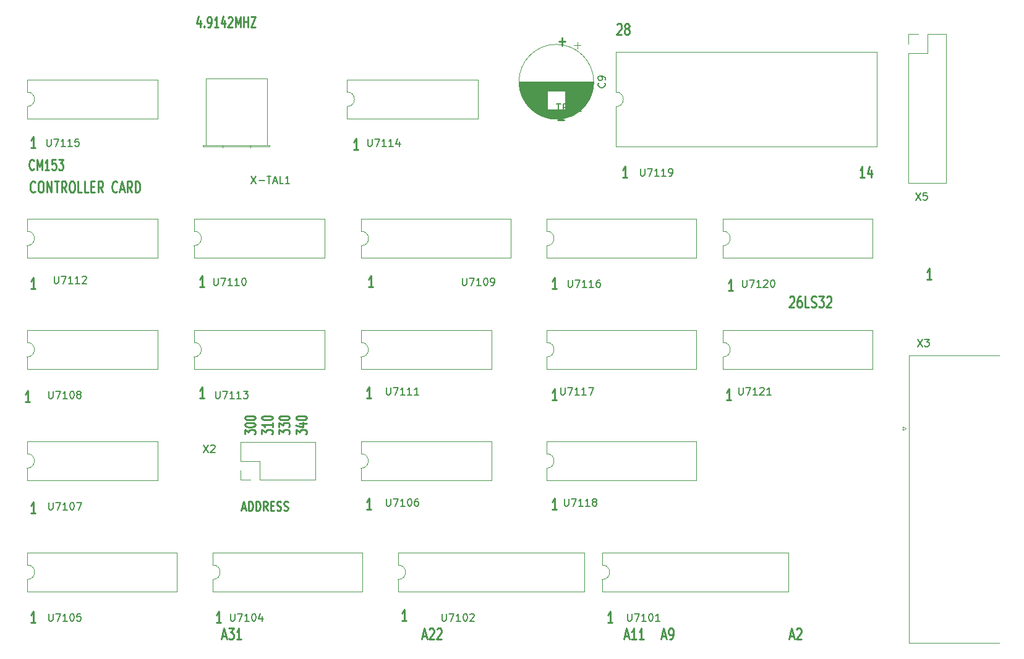
<source format=gto>
%TF.GenerationSoftware,KiCad,Pcbnew,6.0.7-f9a2dced07~116~ubuntu20.04.1*%
%TF.CreationDate,2022-09-01T07:12:54-07:00*%
%TF.ProjectId,ISA-Card,4953412d-4361-4726-942e-6b696361645f,alpha*%
%TF.SameCoordinates,Original*%
%TF.FileFunction,Legend,Top*%
%TF.FilePolarity,Positive*%
%FSLAX46Y46*%
G04 Gerber Fmt 4.6, Leading zero omitted, Abs format (unit mm)*
G04 Created by KiCad (PCBNEW 6.0.7-f9a2dced07~116~ubuntu20.04.1) date 2022-09-01 07:12:54*
%MOMM*%
%LPD*%
G01*
G04 APERTURE LIST*
%ADD10C,0.250000*%
%ADD11C,0.150000*%
%ADD12C,0.120000*%
G04 APERTURE END LIST*
D10*
X99854190Y-55834000D02*
X99854190Y-56767333D01*
X99616095Y-55300666D02*
X99378000Y-56300666D01*
X99997047Y-56300666D01*
X100378000Y-56634000D02*
X100425619Y-56700666D01*
X100378000Y-56767333D01*
X100330380Y-56700666D01*
X100378000Y-56634000D01*
X100378000Y-56767333D01*
X100901809Y-56767333D02*
X101092285Y-56767333D01*
X101187523Y-56700666D01*
X101235142Y-56634000D01*
X101330380Y-56434000D01*
X101378000Y-56167333D01*
X101378000Y-55634000D01*
X101330380Y-55500666D01*
X101282761Y-55434000D01*
X101187523Y-55367333D01*
X100997047Y-55367333D01*
X100901809Y-55434000D01*
X100854190Y-55500666D01*
X100806571Y-55634000D01*
X100806571Y-55967333D01*
X100854190Y-56100666D01*
X100901809Y-56167333D01*
X100997047Y-56234000D01*
X101187523Y-56234000D01*
X101282761Y-56167333D01*
X101330380Y-56100666D01*
X101378000Y-55967333D01*
X102330380Y-56767333D02*
X101758952Y-56767333D01*
X102044666Y-56767333D02*
X102044666Y-55367333D01*
X101949428Y-55567333D01*
X101854190Y-55700666D01*
X101758952Y-55767333D01*
X103187523Y-55834000D02*
X103187523Y-56767333D01*
X102949428Y-55300666D02*
X102711333Y-56300666D01*
X103330380Y-56300666D01*
X103663714Y-55500666D02*
X103711333Y-55434000D01*
X103806571Y-55367333D01*
X104044666Y-55367333D01*
X104139904Y-55434000D01*
X104187523Y-55500666D01*
X104235142Y-55634000D01*
X104235142Y-55767333D01*
X104187523Y-55967333D01*
X103616095Y-56767333D01*
X104235142Y-56767333D01*
X104663714Y-56767333D02*
X104663714Y-55367333D01*
X104997047Y-56367333D01*
X105330380Y-55367333D01*
X105330380Y-56767333D01*
X105806571Y-56767333D02*
X105806571Y-55367333D01*
X105806571Y-56034000D02*
X106378000Y-56034000D01*
X106378000Y-56767333D02*
X106378000Y-55367333D01*
X106758952Y-55367333D02*
X107425619Y-55367333D01*
X106758952Y-56767333D01*
X107425619Y-56767333D01*
X158302285Y-77386571D02*
X157673714Y-77386571D01*
X157988000Y-77386571D02*
X157988000Y-75886571D01*
X157883238Y-76100857D01*
X157778476Y-76243714D01*
X157673714Y-76315142D01*
X77049523Y-76192000D02*
X77001904Y-76258666D01*
X76859047Y-76325333D01*
X76763809Y-76325333D01*
X76620952Y-76258666D01*
X76525714Y-76125333D01*
X76478095Y-75992000D01*
X76430476Y-75725333D01*
X76430476Y-75525333D01*
X76478095Y-75258666D01*
X76525714Y-75125333D01*
X76620952Y-74992000D01*
X76763809Y-74925333D01*
X76859047Y-74925333D01*
X77001904Y-74992000D01*
X77049523Y-75058666D01*
X77478095Y-76325333D02*
X77478095Y-74925333D01*
X77811428Y-75925333D01*
X78144761Y-74925333D01*
X78144761Y-76325333D01*
X79144761Y-76325333D02*
X78573333Y-76325333D01*
X78859047Y-76325333D02*
X78859047Y-74925333D01*
X78763809Y-75125333D01*
X78668571Y-75258666D01*
X78573333Y-75325333D01*
X80049523Y-74925333D02*
X79573333Y-74925333D01*
X79525714Y-75592000D01*
X79573333Y-75525333D01*
X79668571Y-75458666D01*
X79906666Y-75458666D01*
X80001904Y-75525333D01*
X80049523Y-75592000D01*
X80097142Y-75725333D01*
X80097142Y-76058666D01*
X80049523Y-76192000D01*
X80001904Y-76258666D01*
X79906666Y-76325333D01*
X79668571Y-76325333D01*
X79573333Y-76258666D01*
X79525714Y-76192000D01*
X80430476Y-74925333D02*
X81049523Y-74925333D01*
X80716190Y-75458666D01*
X80859047Y-75458666D01*
X80954285Y-75525333D01*
X81001904Y-75592000D01*
X81049523Y-75725333D01*
X81049523Y-76058666D01*
X81001904Y-76192000D01*
X80954285Y-76258666D01*
X80859047Y-76325333D01*
X80573333Y-76325333D01*
X80478095Y-76258666D01*
X80430476Y-76192000D01*
X77276285Y-92626571D02*
X76647714Y-92626571D01*
X76962000Y-92626571D02*
X76962000Y-91126571D01*
X76857238Y-91340857D01*
X76752476Y-91483714D01*
X76647714Y-91555142D01*
X172526285Y-107866571D02*
X171897714Y-107866571D01*
X172212000Y-107866571D02*
X172212000Y-106366571D01*
X172107238Y-106580857D01*
X172002476Y-106723714D01*
X171897714Y-106795142D01*
X123504285Y-92372571D02*
X122875714Y-92372571D01*
X123190000Y-92372571D02*
X123190000Y-90872571D01*
X123085238Y-91086857D01*
X122980476Y-91229714D01*
X122875714Y-91301142D01*
X172780285Y-92880571D02*
X172151714Y-92880571D01*
X172466000Y-92880571D02*
X172466000Y-91380571D01*
X172361238Y-91594857D01*
X172256476Y-91737714D01*
X172151714Y-91809142D01*
X180570285Y-140204000D02*
X181094095Y-140204000D01*
X180465523Y-140632571D02*
X180832190Y-139132571D01*
X181198857Y-140632571D01*
X181513142Y-139275428D02*
X181565523Y-139204000D01*
X181670285Y-139132571D01*
X181932190Y-139132571D01*
X182036952Y-139204000D01*
X182089333Y-139275428D01*
X182141714Y-139418285D01*
X182141714Y-139561142D01*
X182089333Y-139775428D01*
X181460761Y-140632571D01*
X182141714Y-140632571D01*
X100390285Y-92372571D02*
X99761714Y-92372571D01*
X100076000Y-92372571D02*
X100076000Y-90872571D01*
X99971238Y-91086857D01*
X99866476Y-91229714D01*
X99761714Y-91301142D01*
X148650285Y-107866571D02*
X148021714Y-107866571D01*
X148336000Y-107866571D02*
X148336000Y-106366571D01*
X148231238Y-106580857D01*
X148126476Y-106723714D01*
X148021714Y-106795142D01*
X156270285Y-138346571D02*
X155641714Y-138346571D01*
X155956000Y-138346571D02*
X155956000Y-136846571D01*
X155851238Y-137060857D01*
X155746476Y-137203714D01*
X155641714Y-137275142D01*
X105933092Y-112537714D02*
X105933092Y-111918666D01*
X106486387Y-112252000D01*
X106486387Y-112109142D01*
X106555549Y-112013904D01*
X106624711Y-111966285D01*
X106763034Y-111918666D01*
X107108844Y-111918666D01*
X107247168Y-111966285D01*
X107316330Y-112013904D01*
X107385492Y-112109142D01*
X107385492Y-112394857D01*
X107316330Y-112490095D01*
X107247168Y-112537714D01*
X105933092Y-111299619D02*
X105933092Y-111204380D01*
X106002254Y-111109142D01*
X106071415Y-111061523D01*
X106209739Y-111013904D01*
X106486387Y-110966285D01*
X106832196Y-110966285D01*
X107108844Y-111013904D01*
X107247168Y-111061523D01*
X107316330Y-111109142D01*
X107385492Y-111204380D01*
X107385492Y-111299619D01*
X107316330Y-111394857D01*
X107247168Y-111442476D01*
X107108844Y-111490095D01*
X106832196Y-111537714D01*
X106486387Y-111537714D01*
X106209739Y-111490095D01*
X106071415Y-111442476D01*
X106002254Y-111394857D01*
X105933092Y-111299619D01*
X105933092Y-110347238D02*
X105933092Y-110252000D01*
X106002254Y-110156761D01*
X106071415Y-110109142D01*
X106209739Y-110061523D01*
X106486387Y-110013904D01*
X106832196Y-110013904D01*
X107108844Y-110061523D01*
X107247168Y-110109142D01*
X107316330Y-110156761D01*
X107385492Y-110252000D01*
X107385492Y-110347238D01*
X107316330Y-110442476D01*
X107247168Y-110490095D01*
X107108844Y-110537714D01*
X106832196Y-110585333D01*
X106486387Y-110585333D01*
X106209739Y-110537714D01*
X106071415Y-110490095D01*
X106002254Y-110442476D01*
X105933092Y-110347238D01*
X108271456Y-112537714D02*
X108271456Y-111918666D01*
X108824751Y-112252000D01*
X108824751Y-112109142D01*
X108893913Y-112013904D01*
X108963075Y-111966285D01*
X109101398Y-111918666D01*
X109447208Y-111918666D01*
X109585532Y-111966285D01*
X109654694Y-112013904D01*
X109723856Y-112109142D01*
X109723856Y-112394857D01*
X109654694Y-112490095D01*
X109585532Y-112537714D01*
X109723856Y-110966285D02*
X109723856Y-111537714D01*
X109723856Y-111252000D02*
X108271456Y-111252000D01*
X108478941Y-111347238D01*
X108617265Y-111442476D01*
X108686427Y-111537714D01*
X108271456Y-110347238D02*
X108271456Y-110252000D01*
X108340618Y-110156761D01*
X108409779Y-110109142D01*
X108548103Y-110061523D01*
X108824751Y-110013904D01*
X109170560Y-110013904D01*
X109447208Y-110061523D01*
X109585532Y-110109142D01*
X109654694Y-110156761D01*
X109723856Y-110252000D01*
X109723856Y-110347238D01*
X109654694Y-110442476D01*
X109585532Y-110490095D01*
X109447208Y-110537714D01*
X109170560Y-110585333D01*
X108824751Y-110585333D01*
X108548103Y-110537714D01*
X108409779Y-110490095D01*
X108340618Y-110442476D01*
X108271456Y-110347238D01*
X110609820Y-112537714D02*
X110609820Y-111918666D01*
X111163115Y-112252000D01*
X111163115Y-112109142D01*
X111232277Y-112013904D01*
X111301439Y-111966285D01*
X111439762Y-111918666D01*
X111785572Y-111918666D01*
X111923896Y-111966285D01*
X111993058Y-112013904D01*
X112062220Y-112109142D01*
X112062220Y-112394857D01*
X111993058Y-112490095D01*
X111923896Y-112537714D01*
X110609820Y-111585333D02*
X110609820Y-110966285D01*
X111163115Y-111299619D01*
X111163115Y-111156761D01*
X111232277Y-111061523D01*
X111301439Y-111013904D01*
X111439762Y-110966285D01*
X111785572Y-110966285D01*
X111923896Y-111013904D01*
X111993058Y-111061523D01*
X112062220Y-111156761D01*
X112062220Y-111442476D01*
X111993058Y-111537714D01*
X111923896Y-111585333D01*
X110609820Y-110347238D02*
X110609820Y-110252000D01*
X110678982Y-110156761D01*
X110748143Y-110109142D01*
X110886467Y-110061523D01*
X111163115Y-110013904D01*
X111508924Y-110013904D01*
X111785572Y-110061523D01*
X111923896Y-110109142D01*
X111993058Y-110156761D01*
X112062220Y-110252000D01*
X112062220Y-110347238D01*
X111993058Y-110442476D01*
X111923896Y-110490095D01*
X111785572Y-110537714D01*
X111508924Y-110585333D01*
X111163115Y-110585333D01*
X110886467Y-110537714D01*
X110748143Y-110490095D01*
X110678982Y-110442476D01*
X110609820Y-110347238D01*
X112948184Y-112537714D02*
X112948184Y-111918666D01*
X113501479Y-112252000D01*
X113501479Y-112109142D01*
X113570641Y-112013904D01*
X113639803Y-111966285D01*
X113778126Y-111918666D01*
X114123936Y-111918666D01*
X114262260Y-111966285D01*
X114331422Y-112013904D01*
X114400584Y-112109142D01*
X114400584Y-112394857D01*
X114331422Y-112490095D01*
X114262260Y-112537714D01*
X113432317Y-111061523D02*
X114400584Y-111061523D01*
X112879022Y-111299619D02*
X113916450Y-111537714D01*
X113916450Y-110918666D01*
X112948184Y-110347238D02*
X112948184Y-110252000D01*
X113017346Y-110156761D01*
X113086507Y-110109142D01*
X113224831Y-110061523D01*
X113501479Y-110013904D01*
X113847288Y-110013904D01*
X114123936Y-110061523D01*
X114262260Y-110109142D01*
X114331422Y-110156761D01*
X114400584Y-110252000D01*
X114400584Y-110347238D01*
X114331422Y-110442476D01*
X114262260Y-110490095D01*
X114123936Y-110537714D01*
X113847288Y-110585333D01*
X113501479Y-110585333D01*
X113224831Y-110537714D01*
X113086507Y-110490095D01*
X113017346Y-110442476D01*
X112948184Y-110347238D01*
X148650285Y-92626571D02*
X148021714Y-92626571D01*
X148336000Y-92626571D02*
X148336000Y-91126571D01*
X148231238Y-91340857D01*
X148126476Y-91483714D01*
X148021714Y-91555142D01*
X157948476Y-140204000D02*
X158472285Y-140204000D01*
X157843714Y-140632571D02*
X158210380Y-139132571D01*
X158577047Y-140632571D01*
X159519904Y-140632571D02*
X158891333Y-140632571D01*
X159205619Y-140632571D02*
X159205619Y-139132571D01*
X159100857Y-139346857D01*
X158996095Y-139489714D01*
X158891333Y-139561142D01*
X160567523Y-140632571D02*
X159938952Y-140632571D01*
X160253238Y-140632571D02*
X160253238Y-139132571D01*
X160148476Y-139346857D01*
X160043714Y-139489714D01*
X159938952Y-139561142D01*
X77276285Y-138346571D02*
X76647714Y-138346571D01*
X76962000Y-138346571D02*
X76962000Y-136846571D01*
X76857238Y-137060857D01*
X76752476Y-137203714D01*
X76647714Y-137275142D01*
X102676285Y-138346571D02*
X102047714Y-138346571D01*
X102362000Y-138346571D02*
X102362000Y-136846571D01*
X102257238Y-137060857D01*
X102152476Y-137203714D01*
X102047714Y-137275142D01*
X156895904Y-56471428D02*
X156948285Y-56400000D01*
X157053047Y-56328571D01*
X157314952Y-56328571D01*
X157419714Y-56400000D01*
X157472095Y-56471428D01*
X157524476Y-56614285D01*
X157524476Y-56757142D01*
X157472095Y-56971428D01*
X156843523Y-57828571D01*
X157524476Y-57828571D01*
X158153047Y-56971428D02*
X158048285Y-56900000D01*
X157995904Y-56828571D01*
X157943523Y-56685714D01*
X157943523Y-56614285D01*
X157995904Y-56471428D01*
X158048285Y-56400000D01*
X158153047Y-56328571D01*
X158362571Y-56328571D01*
X158467333Y-56400000D01*
X158519714Y-56471428D01*
X158572095Y-56614285D01*
X158572095Y-56685714D01*
X158519714Y-56828571D01*
X158467333Y-56900000D01*
X158362571Y-56971428D01*
X158153047Y-56971428D01*
X158048285Y-57042857D01*
X157995904Y-57114285D01*
X157943523Y-57257142D01*
X157943523Y-57542857D01*
X157995904Y-57685714D01*
X158048285Y-57757142D01*
X158153047Y-57828571D01*
X158362571Y-57828571D01*
X158467333Y-57757142D01*
X158519714Y-57685714D01*
X158572095Y-57542857D01*
X158572095Y-57257142D01*
X158519714Y-57114285D01*
X158467333Y-57042857D01*
X158362571Y-56971428D01*
X128076285Y-138092571D02*
X127447714Y-138092571D01*
X127762000Y-138092571D02*
X127762000Y-136592571D01*
X127657238Y-136806857D01*
X127552476Y-136949714D01*
X127447714Y-137021142D01*
X180533238Y-93809428D02*
X180585619Y-93738000D01*
X180690380Y-93666571D01*
X180952285Y-93666571D01*
X181057047Y-93738000D01*
X181109428Y-93809428D01*
X181161809Y-93952285D01*
X181161809Y-94095142D01*
X181109428Y-94309428D01*
X180480857Y-95166571D01*
X181161809Y-95166571D01*
X182104666Y-93666571D02*
X181895142Y-93666571D01*
X181790380Y-93738000D01*
X181738000Y-93809428D01*
X181633238Y-94023714D01*
X181580857Y-94309428D01*
X181580857Y-94880857D01*
X181633238Y-95023714D01*
X181685619Y-95095142D01*
X181790380Y-95166571D01*
X181999904Y-95166571D01*
X182104666Y-95095142D01*
X182157047Y-95023714D01*
X182209428Y-94880857D01*
X182209428Y-94523714D01*
X182157047Y-94380857D01*
X182104666Y-94309428D01*
X181999904Y-94238000D01*
X181790380Y-94238000D01*
X181685619Y-94309428D01*
X181633238Y-94380857D01*
X181580857Y-94523714D01*
X183204666Y-95166571D02*
X182680857Y-95166571D01*
X182680857Y-93666571D01*
X183518952Y-95095142D02*
X183676095Y-95166571D01*
X183938000Y-95166571D01*
X184042761Y-95095142D01*
X184095142Y-95023714D01*
X184147523Y-94880857D01*
X184147523Y-94738000D01*
X184095142Y-94595142D01*
X184042761Y-94523714D01*
X183938000Y-94452285D01*
X183728476Y-94380857D01*
X183623714Y-94309428D01*
X183571333Y-94238000D01*
X183518952Y-94095142D01*
X183518952Y-93952285D01*
X183571333Y-93809428D01*
X183623714Y-93738000D01*
X183728476Y-93666571D01*
X183990380Y-93666571D01*
X184147523Y-93738000D01*
X184514190Y-93666571D02*
X185195142Y-93666571D01*
X184828476Y-94238000D01*
X184985619Y-94238000D01*
X185090380Y-94309428D01*
X185142761Y-94380857D01*
X185195142Y-94523714D01*
X185195142Y-94880857D01*
X185142761Y-95023714D01*
X185090380Y-95095142D01*
X184985619Y-95166571D01*
X184671333Y-95166571D01*
X184566571Y-95095142D01*
X184514190Y-95023714D01*
X185614190Y-93809428D02*
X185666571Y-93738000D01*
X185771333Y-93666571D01*
X186033238Y-93666571D01*
X186138000Y-93738000D01*
X186190380Y-93809428D01*
X186242761Y-93952285D01*
X186242761Y-94095142D01*
X186190380Y-94309428D01*
X185561809Y-95166571D01*
X186242761Y-95166571D01*
X77276285Y-73322571D02*
X76647714Y-73322571D01*
X76962000Y-73322571D02*
X76962000Y-71822571D01*
X76857238Y-72036857D01*
X76752476Y-72179714D01*
X76647714Y-72251142D01*
X123250285Y-122852571D02*
X122621714Y-122852571D01*
X122936000Y-122852571D02*
X122936000Y-121352571D01*
X122831238Y-121566857D01*
X122726476Y-121709714D01*
X122621714Y-121781142D01*
X190798476Y-77386571D02*
X190169904Y-77386571D01*
X190484190Y-77386571D02*
X190484190Y-75886571D01*
X190379428Y-76100857D01*
X190274666Y-76243714D01*
X190169904Y-76315142D01*
X191741333Y-76386571D02*
X191741333Y-77386571D01*
X191479428Y-75815142D02*
X191217523Y-76886571D01*
X191898476Y-76886571D01*
X121472285Y-73576571D02*
X120843714Y-73576571D01*
X121158000Y-73576571D02*
X121158000Y-72076571D01*
X121053238Y-72290857D01*
X120948476Y-72433714D01*
X120843714Y-72505142D01*
X148650285Y-122852571D02*
X148021714Y-122852571D01*
X148336000Y-122852571D02*
X148336000Y-121352571D01*
X148231238Y-121566857D01*
X148126476Y-121709714D01*
X148021714Y-121781142D01*
X163044285Y-140204000D02*
X163568095Y-140204000D01*
X162939523Y-140632571D02*
X163306190Y-139132571D01*
X163672857Y-140632571D01*
X164091904Y-140632571D02*
X164301428Y-140632571D01*
X164406190Y-140561142D01*
X164458571Y-140489714D01*
X164563333Y-140275428D01*
X164615714Y-139989714D01*
X164615714Y-139418285D01*
X164563333Y-139275428D01*
X164510952Y-139204000D01*
X164406190Y-139132571D01*
X164196666Y-139132571D01*
X164091904Y-139204000D01*
X164039523Y-139275428D01*
X163987142Y-139418285D01*
X163987142Y-139775428D01*
X164039523Y-139918285D01*
X164091904Y-139989714D01*
X164196666Y-140061142D01*
X164406190Y-140061142D01*
X164510952Y-139989714D01*
X164563333Y-139918285D01*
X164615714Y-139775428D01*
X148932952Y-58781142D02*
X149771047Y-58781142D01*
X149352000Y-59352571D02*
X149352000Y-58209714D01*
X148769952Y-69455465D02*
X149608047Y-69455465D01*
X77276285Y-123360571D02*
X76647714Y-123360571D01*
X76962000Y-123360571D02*
X76962000Y-121860571D01*
X76857238Y-122074857D01*
X76752476Y-122217714D01*
X76647714Y-122289142D01*
X102830476Y-140204000D02*
X103354285Y-140204000D01*
X102725714Y-140632571D02*
X103092380Y-139132571D01*
X103459047Y-140632571D01*
X103720952Y-139132571D02*
X104401904Y-139132571D01*
X104035238Y-139704000D01*
X104192380Y-139704000D01*
X104297142Y-139775428D01*
X104349523Y-139846857D01*
X104401904Y-139989714D01*
X104401904Y-140346857D01*
X104349523Y-140489714D01*
X104297142Y-140561142D01*
X104192380Y-140632571D01*
X103878095Y-140632571D01*
X103773333Y-140561142D01*
X103720952Y-140489714D01*
X105449523Y-140632571D02*
X104820952Y-140632571D01*
X105135238Y-140632571D02*
X105135238Y-139132571D01*
X105030476Y-139346857D01*
X104925714Y-139489714D01*
X104820952Y-139561142D01*
X76514285Y-108120571D02*
X75885714Y-108120571D01*
X76200000Y-108120571D02*
X76200000Y-106620571D01*
X76095238Y-106834857D01*
X75990476Y-106977714D01*
X75885714Y-107049142D01*
X199958285Y-91356571D02*
X199329714Y-91356571D01*
X199644000Y-91356571D02*
X199644000Y-89856571D01*
X199539238Y-90070857D01*
X199434476Y-90213714D01*
X199329714Y-90285142D01*
X77238285Y-79275714D02*
X77185904Y-79347142D01*
X77028761Y-79418571D01*
X76924000Y-79418571D01*
X76766857Y-79347142D01*
X76662095Y-79204285D01*
X76609714Y-79061428D01*
X76557333Y-78775714D01*
X76557333Y-78561428D01*
X76609714Y-78275714D01*
X76662095Y-78132857D01*
X76766857Y-77990000D01*
X76924000Y-77918571D01*
X77028761Y-77918571D01*
X77185904Y-77990000D01*
X77238285Y-78061428D01*
X77919238Y-77918571D02*
X78128761Y-77918571D01*
X78233523Y-77990000D01*
X78338285Y-78132857D01*
X78390666Y-78418571D01*
X78390666Y-78918571D01*
X78338285Y-79204285D01*
X78233523Y-79347142D01*
X78128761Y-79418571D01*
X77919238Y-79418571D01*
X77814476Y-79347142D01*
X77709714Y-79204285D01*
X77657333Y-78918571D01*
X77657333Y-78418571D01*
X77709714Y-78132857D01*
X77814476Y-77990000D01*
X77919238Y-77918571D01*
X78862095Y-79418571D02*
X78862095Y-77918571D01*
X79490666Y-79418571D01*
X79490666Y-77918571D01*
X79857333Y-77918571D02*
X80485904Y-77918571D01*
X80171619Y-79418571D02*
X80171619Y-77918571D01*
X81481142Y-79418571D02*
X81114476Y-78704285D01*
X80852571Y-79418571D02*
X80852571Y-77918571D01*
X81271619Y-77918571D01*
X81376380Y-77990000D01*
X81428761Y-78061428D01*
X81481142Y-78204285D01*
X81481142Y-78418571D01*
X81428761Y-78561428D01*
X81376380Y-78632857D01*
X81271619Y-78704285D01*
X80852571Y-78704285D01*
X82162095Y-77918571D02*
X82371619Y-77918571D01*
X82476380Y-77990000D01*
X82581142Y-78132857D01*
X82633523Y-78418571D01*
X82633523Y-78918571D01*
X82581142Y-79204285D01*
X82476380Y-79347142D01*
X82371619Y-79418571D01*
X82162095Y-79418571D01*
X82057333Y-79347142D01*
X81952571Y-79204285D01*
X81900190Y-78918571D01*
X81900190Y-78418571D01*
X81952571Y-78132857D01*
X82057333Y-77990000D01*
X82162095Y-77918571D01*
X83628761Y-79418571D02*
X83104952Y-79418571D01*
X83104952Y-77918571D01*
X84519238Y-79418571D02*
X83995428Y-79418571D01*
X83995428Y-77918571D01*
X84885904Y-78632857D02*
X85252571Y-78632857D01*
X85409714Y-79418571D02*
X84885904Y-79418571D01*
X84885904Y-77918571D01*
X85409714Y-77918571D01*
X86509714Y-79418571D02*
X86143047Y-78704285D01*
X85881142Y-79418571D02*
X85881142Y-77918571D01*
X86300190Y-77918571D01*
X86404952Y-77990000D01*
X86457333Y-78061428D01*
X86509714Y-78204285D01*
X86509714Y-78418571D01*
X86457333Y-78561428D01*
X86404952Y-78632857D01*
X86300190Y-78704285D01*
X85881142Y-78704285D01*
X88447809Y-79275714D02*
X88395428Y-79347142D01*
X88238285Y-79418571D01*
X88133523Y-79418571D01*
X87976380Y-79347142D01*
X87871619Y-79204285D01*
X87819238Y-79061428D01*
X87766857Y-78775714D01*
X87766857Y-78561428D01*
X87819238Y-78275714D01*
X87871619Y-78132857D01*
X87976380Y-77990000D01*
X88133523Y-77918571D01*
X88238285Y-77918571D01*
X88395428Y-77990000D01*
X88447809Y-78061428D01*
X88866857Y-78990000D02*
X89390666Y-78990000D01*
X88762095Y-79418571D02*
X89128761Y-77918571D01*
X89495428Y-79418571D01*
X90490666Y-79418571D02*
X90124000Y-78704285D01*
X89862095Y-79418571D02*
X89862095Y-77918571D01*
X90281142Y-77918571D01*
X90385904Y-77990000D01*
X90438285Y-78061428D01*
X90490666Y-78204285D01*
X90490666Y-78418571D01*
X90438285Y-78561428D01*
X90385904Y-78632857D01*
X90281142Y-78704285D01*
X89862095Y-78704285D01*
X90962095Y-79418571D02*
X90962095Y-77918571D01*
X91224000Y-77918571D01*
X91381142Y-77990000D01*
X91485904Y-78132857D01*
X91538285Y-78275714D01*
X91590666Y-78561428D01*
X91590666Y-78775714D01*
X91538285Y-79061428D01*
X91485904Y-79204285D01*
X91381142Y-79347142D01*
X91224000Y-79418571D01*
X90962095Y-79418571D01*
X130262476Y-140204000D02*
X130786285Y-140204000D01*
X130157714Y-140632571D02*
X130524380Y-139132571D01*
X130891047Y-140632571D01*
X131205333Y-139275428D02*
X131257714Y-139204000D01*
X131362476Y-139132571D01*
X131624380Y-139132571D01*
X131729142Y-139204000D01*
X131781523Y-139275428D01*
X131833904Y-139418285D01*
X131833904Y-139561142D01*
X131781523Y-139775428D01*
X131152952Y-140632571D01*
X131833904Y-140632571D01*
X132252952Y-139275428D02*
X132305333Y-139204000D01*
X132410095Y-139132571D01*
X132672000Y-139132571D01*
X132776761Y-139204000D01*
X132829142Y-139275428D01*
X132881523Y-139418285D01*
X132881523Y-139561142D01*
X132829142Y-139775428D01*
X132200571Y-140632571D01*
X132881523Y-140632571D01*
X105569142Y-122636733D02*
X106045333Y-122636733D01*
X105473904Y-122994561D02*
X105807238Y-121742161D01*
X106140571Y-122994561D01*
X106473904Y-122994561D02*
X106473904Y-121742161D01*
X106712000Y-121742161D01*
X106854857Y-121801800D01*
X106950095Y-121921076D01*
X106997714Y-122040352D01*
X107045333Y-122278904D01*
X107045333Y-122457819D01*
X106997714Y-122696371D01*
X106950095Y-122815647D01*
X106854857Y-122934923D01*
X106712000Y-122994561D01*
X106473904Y-122994561D01*
X107473904Y-122994561D02*
X107473904Y-121742161D01*
X107712000Y-121742161D01*
X107854857Y-121801800D01*
X107950095Y-121921076D01*
X107997714Y-122040352D01*
X108045333Y-122278904D01*
X108045333Y-122457819D01*
X107997714Y-122696371D01*
X107950095Y-122815647D01*
X107854857Y-122934923D01*
X107712000Y-122994561D01*
X107473904Y-122994561D01*
X109045333Y-122994561D02*
X108712000Y-122398180D01*
X108473904Y-122994561D02*
X108473904Y-121742161D01*
X108854857Y-121742161D01*
X108950095Y-121801800D01*
X108997714Y-121861438D01*
X109045333Y-121980714D01*
X109045333Y-122159628D01*
X108997714Y-122278904D01*
X108950095Y-122338542D01*
X108854857Y-122398180D01*
X108473904Y-122398180D01*
X109473904Y-122338542D02*
X109807238Y-122338542D01*
X109950095Y-122994561D02*
X109473904Y-122994561D01*
X109473904Y-121742161D01*
X109950095Y-121742161D01*
X110331047Y-122934923D02*
X110473904Y-122994561D01*
X110712000Y-122994561D01*
X110807238Y-122934923D01*
X110854857Y-122875285D01*
X110902476Y-122756009D01*
X110902476Y-122636733D01*
X110854857Y-122517457D01*
X110807238Y-122457819D01*
X110712000Y-122398180D01*
X110521523Y-122338542D01*
X110426285Y-122278904D01*
X110378666Y-122219266D01*
X110331047Y-122099990D01*
X110331047Y-121980714D01*
X110378666Y-121861438D01*
X110426285Y-121801800D01*
X110521523Y-121742161D01*
X110759619Y-121742161D01*
X110902476Y-121801800D01*
X111283428Y-122934923D02*
X111426285Y-122994561D01*
X111664380Y-122994561D01*
X111759619Y-122934923D01*
X111807238Y-122875285D01*
X111854857Y-122756009D01*
X111854857Y-122636733D01*
X111807238Y-122517457D01*
X111759619Y-122457819D01*
X111664380Y-122398180D01*
X111473904Y-122338542D01*
X111378666Y-122278904D01*
X111331047Y-122219266D01*
X111283428Y-122099990D01*
X111283428Y-121980714D01*
X111331047Y-121861438D01*
X111378666Y-121801800D01*
X111473904Y-121742161D01*
X111712000Y-121742161D01*
X111854857Y-121801800D01*
X123250285Y-107612571D02*
X122621714Y-107612571D01*
X122936000Y-107612571D02*
X122936000Y-106112571D01*
X122831238Y-106326857D01*
X122726476Y-106469714D01*
X122621714Y-106541142D01*
X100390285Y-107612571D02*
X99761714Y-107612571D01*
X100076000Y-107612571D02*
X100076000Y-106112571D01*
X99971238Y-106326857D01*
X99866476Y-106469714D01*
X99761714Y-106541142D01*
D11*
%TO.C,X3*%
X198072476Y-99528380D02*
X198739142Y-100528380D01*
X198739142Y-99528380D02*
X198072476Y-100528380D01*
X199024857Y-99528380D02*
X199643904Y-99528380D01*
X199310571Y-99909333D01*
X199453428Y-99909333D01*
X199548666Y-99956952D01*
X199596285Y-100004571D01*
X199643904Y-100099809D01*
X199643904Y-100337904D01*
X199596285Y-100433142D01*
X199548666Y-100480761D01*
X199453428Y-100528380D01*
X199167714Y-100528380D01*
X199072476Y-100480761D01*
X199024857Y-100433142D01*
%TO.C,U7102*%
X132937523Y-137120380D02*
X132937523Y-137929904D01*
X132985142Y-138025142D01*
X133032761Y-138072761D01*
X133128000Y-138120380D01*
X133318476Y-138120380D01*
X133413714Y-138072761D01*
X133461333Y-138025142D01*
X133508952Y-137929904D01*
X133508952Y-137120380D01*
X133889904Y-137120380D02*
X134556571Y-137120380D01*
X134128000Y-138120380D01*
X135461333Y-138120380D02*
X134889904Y-138120380D01*
X135175619Y-138120380D02*
X135175619Y-137120380D01*
X135080380Y-137263238D01*
X134985142Y-137358476D01*
X134889904Y-137406095D01*
X136080380Y-137120380D02*
X136175619Y-137120380D01*
X136270857Y-137168000D01*
X136318476Y-137215619D01*
X136366095Y-137310857D01*
X136413714Y-137501333D01*
X136413714Y-137739428D01*
X136366095Y-137929904D01*
X136318476Y-138025142D01*
X136270857Y-138072761D01*
X136175619Y-138120380D01*
X136080380Y-138120380D01*
X135985142Y-138072761D01*
X135937523Y-138025142D01*
X135889904Y-137929904D01*
X135842285Y-137739428D01*
X135842285Y-137501333D01*
X135889904Y-137310857D01*
X135937523Y-137215619D01*
X135985142Y-137168000D01*
X136080380Y-137120380D01*
X136794666Y-137215619D02*
X136842285Y-137168000D01*
X136937523Y-137120380D01*
X137175619Y-137120380D01*
X137270857Y-137168000D01*
X137318476Y-137215619D01*
X137366095Y-137310857D01*
X137366095Y-137406095D01*
X137318476Y-137548952D01*
X136747047Y-138120380D01*
X137366095Y-138120380D01*
%TO.C,U7105*%
X79089523Y-137120380D02*
X79089523Y-137929904D01*
X79137142Y-138025142D01*
X79184761Y-138072761D01*
X79280000Y-138120380D01*
X79470476Y-138120380D01*
X79565714Y-138072761D01*
X79613333Y-138025142D01*
X79660952Y-137929904D01*
X79660952Y-137120380D01*
X80041904Y-137120380D02*
X80708571Y-137120380D01*
X80280000Y-138120380D01*
X81613333Y-138120380D02*
X81041904Y-138120380D01*
X81327619Y-138120380D02*
X81327619Y-137120380D01*
X81232380Y-137263238D01*
X81137142Y-137358476D01*
X81041904Y-137406095D01*
X82232380Y-137120380D02*
X82327619Y-137120380D01*
X82422857Y-137168000D01*
X82470476Y-137215619D01*
X82518095Y-137310857D01*
X82565714Y-137501333D01*
X82565714Y-137739428D01*
X82518095Y-137929904D01*
X82470476Y-138025142D01*
X82422857Y-138072761D01*
X82327619Y-138120380D01*
X82232380Y-138120380D01*
X82137142Y-138072761D01*
X82089523Y-138025142D01*
X82041904Y-137929904D01*
X81994285Y-137739428D01*
X81994285Y-137501333D01*
X82041904Y-137310857D01*
X82089523Y-137215619D01*
X82137142Y-137168000D01*
X82232380Y-137120380D01*
X83470476Y-137120380D02*
X82994285Y-137120380D01*
X82946666Y-137596571D01*
X82994285Y-137548952D01*
X83089523Y-137501333D01*
X83327619Y-137501333D01*
X83422857Y-137548952D01*
X83470476Y-137596571D01*
X83518095Y-137691809D01*
X83518095Y-137929904D01*
X83470476Y-138025142D01*
X83422857Y-138072761D01*
X83327619Y-138120380D01*
X83089523Y-138120380D01*
X82994285Y-138072761D01*
X82946666Y-138025142D01*
%TO.C,U7104*%
X103981523Y-137120380D02*
X103981523Y-137929904D01*
X104029142Y-138025142D01*
X104076761Y-138072761D01*
X104172000Y-138120380D01*
X104362476Y-138120380D01*
X104457714Y-138072761D01*
X104505333Y-138025142D01*
X104552952Y-137929904D01*
X104552952Y-137120380D01*
X104933904Y-137120380D02*
X105600571Y-137120380D01*
X105172000Y-138120380D01*
X106505333Y-138120380D02*
X105933904Y-138120380D01*
X106219619Y-138120380D02*
X106219619Y-137120380D01*
X106124380Y-137263238D01*
X106029142Y-137358476D01*
X105933904Y-137406095D01*
X107124380Y-137120380D02*
X107219619Y-137120380D01*
X107314857Y-137168000D01*
X107362476Y-137215619D01*
X107410095Y-137310857D01*
X107457714Y-137501333D01*
X107457714Y-137739428D01*
X107410095Y-137929904D01*
X107362476Y-138025142D01*
X107314857Y-138072761D01*
X107219619Y-138120380D01*
X107124380Y-138120380D01*
X107029142Y-138072761D01*
X106981523Y-138025142D01*
X106933904Y-137929904D01*
X106886285Y-137739428D01*
X106886285Y-137501333D01*
X106933904Y-137310857D01*
X106981523Y-137215619D01*
X107029142Y-137168000D01*
X107124380Y-137120380D01*
X108314857Y-137453714D02*
X108314857Y-138120380D01*
X108076761Y-137072761D02*
X107838666Y-137787047D01*
X108457714Y-137787047D01*
%TO.C,TP72*%
X148629904Y-67270380D02*
X149201333Y-67270380D01*
X148915619Y-68270380D02*
X148915619Y-67270380D01*
X149534666Y-68270380D02*
X149534666Y-67270380D01*
X149915619Y-67270380D01*
X150010857Y-67318000D01*
X150058476Y-67365619D01*
X150106095Y-67460857D01*
X150106095Y-67603714D01*
X150058476Y-67698952D01*
X150010857Y-67746571D01*
X149915619Y-67794190D01*
X149534666Y-67794190D01*
X150439428Y-67270380D02*
X151106095Y-67270380D01*
X150677523Y-68270380D01*
X151439428Y-67365619D02*
X151487047Y-67318000D01*
X151582285Y-67270380D01*
X151820380Y-67270380D01*
X151915619Y-67318000D01*
X151963238Y-67365619D01*
X152010857Y-67460857D01*
X152010857Y-67556095D01*
X151963238Y-67698952D01*
X151391809Y-68270380D01*
X152010857Y-68270380D01*
%TO.C,U7112*%
X79851523Y-90892380D02*
X79851523Y-91701904D01*
X79899142Y-91797142D01*
X79946761Y-91844761D01*
X80042000Y-91892380D01*
X80232476Y-91892380D01*
X80327714Y-91844761D01*
X80375333Y-91797142D01*
X80422952Y-91701904D01*
X80422952Y-90892380D01*
X80803904Y-90892380D02*
X81470571Y-90892380D01*
X81042000Y-91892380D01*
X82375333Y-91892380D02*
X81803904Y-91892380D01*
X82089619Y-91892380D02*
X82089619Y-90892380D01*
X81994380Y-91035238D01*
X81899142Y-91130476D01*
X81803904Y-91178095D01*
X83327714Y-91892380D02*
X82756285Y-91892380D01*
X83042000Y-91892380D02*
X83042000Y-90892380D01*
X82946761Y-91035238D01*
X82851523Y-91130476D01*
X82756285Y-91178095D01*
X83708666Y-90987619D02*
X83756285Y-90940000D01*
X83851523Y-90892380D01*
X84089619Y-90892380D01*
X84184857Y-90940000D01*
X84232476Y-90987619D01*
X84280095Y-91082857D01*
X84280095Y-91178095D01*
X84232476Y-91320952D01*
X83661047Y-91892380D01*
X84280095Y-91892380D01*
%TO.C,C9*%
X155197142Y-64433989D02*
X155244761Y-64481608D01*
X155292380Y-64624465D01*
X155292380Y-64719703D01*
X155244761Y-64862561D01*
X155149523Y-64957799D01*
X155054285Y-65005418D01*
X154863809Y-65053037D01*
X154720952Y-65053037D01*
X154530476Y-65005418D01*
X154435238Y-64957799D01*
X154340000Y-64862561D01*
X154292380Y-64719703D01*
X154292380Y-64624465D01*
X154340000Y-64481608D01*
X154387619Y-64433989D01*
X155292380Y-63957799D02*
X155292380Y-63767323D01*
X155244761Y-63672084D01*
X155197142Y-63624465D01*
X155054285Y-63529227D01*
X154863809Y-63481608D01*
X154482857Y-63481608D01*
X154387619Y-63529227D01*
X154340000Y-63576846D01*
X154292380Y-63672084D01*
X154292380Y-63862561D01*
X154340000Y-63957799D01*
X154387619Y-64005418D01*
X154482857Y-64053037D01*
X154720952Y-64053037D01*
X154816190Y-64005418D01*
X154863809Y-63957799D01*
X154911428Y-63862561D01*
X154911428Y-63672084D01*
X154863809Y-63576846D01*
X154816190Y-63529227D01*
X154720952Y-63481608D01*
%TO.C,U7113*%
X101949523Y-106640380D02*
X101949523Y-107449904D01*
X101997142Y-107545142D01*
X102044761Y-107592761D01*
X102140000Y-107640380D01*
X102330476Y-107640380D01*
X102425714Y-107592761D01*
X102473333Y-107545142D01*
X102520952Y-107449904D01*
X102520952Y-106640380D01*
X102901904Y-106640380D02*
X103568571Y-106640380D01*
X103140000Y-107640380D01*
X104473333Y-107640380D02*
X103901904Y-107640380D01*
X104187619Y-107640380D02*
X104187619Y-106640380D01*
X104092380Y-106783238D01*
X103997142Y-106878476D01*
X103901904Y-106926095D01*
X105425714Y-107640380D02*
X104854285Y-107640380D01*
X105140000Y-107640380D02*
X105140000Y-106640380D01*
X105044761Y-106783238D01*
X104949523Y-106878476D01*
X104854285Y-106926095D01*
X105759047Y-106640380D02*
X106378095Y-106640380D01*
X106044761Y-107021333D01*
X106187619Y-107021333D01*
X106282857Y-107068952D01*
X106330476Y-107116571D01*
X106378095Y-107211809D01*
X106378095Y-107449904D01*
X106330476Y-107545142D01*
X106282857Y-107592761D01*
X106187619Y-107640380D01*
X105901904Y-107640380D01*
X105806666Y-107592761D01*
X105759047Y-107545142D01*
%TO.C,U7108*%
X79089523Y-106640380D02*
X79089523Y-107449904D01*
X79137142Y-107545142D01*
X79184761Y-107592761D01*
X79280000Y-107640380D01*
X79470476Y-107640380D01*
X79565714Y-107592761D01*
X79613333Y-107545142D01*
X79660952Y-107449904D01*
X79660952Y-106640380D01*
X80041904Y-106640380D02*
X80708571Y-106640380D01*
X80280000Y-107640380D01*
X81613333Y-107640380D02*
X81041904Y-107640380D01*
X81327619Y-107640380D02*
X81327619Y-106640380D01*
X81232380Y-106783238D01*
X81137142Y-106878476D01*
X81041904Y-106926095D01*
X82232380Y-106640380D02*
X82327619Y-106640380D01*
X82422857Y-106688000D01*
X82470476Y-106735619D01*
X82518095Y-106830857D01*
X82565714Y-107021333D01*
X82565714Y-107259428D01*
X82518095Y-107449904D01*
X82470476Y-107545142D01*
X82422857Y-107592761D01*
X82327619Y-107640380D01*
X82232380Y-107640380D01*
X82137142Y-107592761D01*
X82089523Y-107545142D01*
X82041904Y-107449904D01*
X81994285Y-107259428D01*
X81994285Y-107021333D01*
X82041904Y-106830857D01*
X82089523Y-106735619D01*
X82137142Y-106688000D01*
X82232380Y-106640380D01*
X83137142Y-107068952D02*
X83041904Y-107021333D01*
X82994285Y-106973714D01*
X82946666Y-106878476D01*
X82946666Y-106830857D01*
X82994285Y-106735619D01*
X83041904Y-106688000D01*
X83137142Y-106640380D01*
X83327619Y-106640380D01*
X83422857Y-106688000D01*
X83470476Y-106735619D01*
X83518095Y-106830857D01*
X83518095Y-106878476D01*
X83470476Y-106973714D01*
X83422857Y-107021333D01*
X83327619Y-107068952D01*
X83137142Y-107068952D01*
X83041904Y-107116571D01*
X82994285Y-107164190D01*
X82946666Y-107259428D01*
X82946666Y-107449904D01*
X82994285Y-107545142D01*
X83041904Y-107592761D01*
X83137142Y-107640380D01*
X83327619Y-107640380D01*
X83422857Y-107592761D01*
X83470476Y-107545142D01*
X83518095Y-107449904D01*
X83518095Y-107259428D01*
X83470476Y-107164190D01*
X83422857Y-107116571D01*
X83327619Y-107068952D01*
%TO.C,U7116*%
X150209523Y-91400380D02*
X150209523Y-92209904D01*
X150257142Y-92305142D01*
X150304761Y-92352761D01*
X150400000Y-92400380D01*
X150590476Y-92400380D01*
X150685714Y-92352761D01*
X150733333Y-92305142D01*
X150780952Y-92209904D01*
X150780952Y-91400380D01*
X151161904Y-91400380D02*
X151828571Y-91400380D01*
X151400000Y-92400380D01*
X152733333Y-92400380D02*
X152161904Y-92400380D01*
X152447619Y-92400380D02*
X152447619Y-91400380D01*
X152352380Y-91543238D01*
X152257142Y-91638476D01*
X152161904Y-91686095D01*
X153685714Y-92400380D02*
X153114285Y-92400380D01*
X153400000Y-92400380D02*
X153400000Y-91400380D01*
X153304761Y-91543238D01*
X153209523Y-91638476D01*
X153114285Y-91686095D01*
X154542857Y-91400380D02*
X154352380Y-91400380D01*
X154257142Y-91448000D01*
X154209523Y-91495619D01*
X154114285Y-91638476D01*
X154066666Y-91828952D01*
X154066666Y-92209904D01*
X154114285Y-92305142D01*
X154161904Y-92352761D01*
X154257142Y-92400380D01*
X154447619Y-92400380D01*
X154542857Y-92352761D01*
X154590476Y-92305142D01*
X154638095Y-92209904D01*
X154638095Y-91971809D01*
X154590476Y-91876571D01*
X154542857Y-91828952D01*
X154447619Y-91781333D01*
X154257142Y-91781333D01*
X154161904Y-91828952D01*
X154114285Y-91876571D01*
X154066666Y-91971809D01*
%TO.C,U7121*%
X173577523Y-106132380D02*
X173577523Y-106941904D01*
X173625142Y-107037142D01*
X173672761Y-107084761D01*
X173768000Y-107132380D01*
X173958476Y-107132380D01*
X174053714Y-107084761D01*
X174101333Y-107037142D01*
X174148952Y-106941904D01*
X174148952Y-106132380D01*
X174529904Y-106132380D02*
X175196571Y-106132380D01*
X174768000Y-107132380D01*
X176101333Y-107132380D02*
X175529904Y-107132380D01*
X175815619Y-107132380D02*
X175815619Y-106132380D01*
X175720380Y-106275238D01*
X175625142Y-106370476D01*
X175529904Y-106418095D01*
X176482285Y-106227619D02*
X176529904Y-106180000D01*
X176625142Y-106132380D01*
X176863238Y-106132380D01*
X176958476Y-106180000D01*
X177006095Y-106227619D01*
X177053714Y-106322857D01*
X177053714Y-106418095D01*
X177006095Y-106560952D01*
X176434666Y-107132380D01*
X177053714Y-107132380D01*
X178006095Y-107132380D02*
X177434666Y-107132380D01*
X177720380Y-107132380D02*
X177720380Y-106132380D01*
X177625142Y-106275238D01*
X177529904Y-106370476D01*
X177434666Y-106418095D01*
%TO.C,U7111*%
X125317523Y-106132380D02*
X125317523Y-106941904D01*
X125365142Y-107037142D01*
X125412761Y-107084761D01*
X125508000Y-107132380D01*
X125698476Y-107132380D01*
X125793714Y-107084761D01*
X125841333Y-107037142D01*
X125888952Y-106941904D01*
X125888952Y-106132380D01*
X126269904Y-106132380D02*
X126936571Y-106132380D01*
X126508000Y-107132380D01*
X127841333Y-107132380D02*
X127269904Y-107132380D01*
X127555619Y-107132380D02*
X127555619Y-106132380D01*
X127460380Y-106275238D01*
X127365142Y-106370476D01*
X127269904Y-106418095D01*
X128793714Y-107132380D02*
X128222285Y-107132380D01*
X128508000Y-107132380D02*
X128508000Y-106132380D01*
X128412761Y-106275238D01*
X128317523Y-106370476D01*
X128222285Y-106418095D01*
X129746095Y-107132380D02*
X129174666Y-107132380D01*
X129460380Y-107132380D02*
X129460380Y-106132380D01*
X129365142Y-106275238D01*
X129269904Y-106370476D01*
X129174666Y-106418095D01*
%TO.C,U7114*%
X122777523Y-72096380D02*
X122777523Y-72905904D01*
X122825142Y-73001142D01*
X122872761Y-73048761D01*
X122968000Y-73096380D01*
X123158476Y-73096380D01*
X123253714Y-73048761D01*
X123301333Y-73001142D01*
X123348952Y-72905904D01*
X123348952Y-72096380D01*
X123729904Y-72096380D02*
X124396571Y-72096380D01*
X123968000Y-73096380D01*
X125301333Y-73096380D02*
X124729904Y-73096380D01*
X125015619Y-73096380D02*
X125015619Y-72096380D01*
X124920380Y-72239238D01*
X124825142Y-72334476D01*
X124729904Y-72382095D01*
X126253714Y-73096380D02*
X125682285Y-73096380D01*
X125968000Y-73096380D02*
X125968000Y-72096380D01*
X125872761Y-72239238D01*
X125777523Y-72334476D01*
X125682285Y-72382095D01*
X127110857Y-72429714D02*
X127110857Y-73096380D01*
X126872761Y-72048761D02*
X126634666Y-72763047D01*
X127253714Y-72763047D01*
%TO.C,U7101*%
X158337523Y-137120380D02*
X158337523Y-137929904D01*
X158385142Y-138025142D01*
X158432761Y-138072761D01*
X158528000Y-138120380D01*
X158718476Y-138120380D01*
X158813714Y-138072761D01*
X158861333Y-138025142D01*
X158908952Y-137929904D01*
X158908952Y-137120380D01*
X159289904Y-137120380D02*
X159956571Y-137120380D01*
X159528000Y-138120380D01*
X160861333Y-138120380D02*
X160289904Y-138120380D01*
X160575619Y-138120380D02*
X160575619Y-137120380D01*
X160480380Y-137263238D01*
X160385142Y-137358476D01*
X160289904Y-137406095D01*
X161480380Y-137120380D02*
X161575619Y-137120380D01*
X161670857Y-137168000D01*
X161718476Y-137215619D01*
X161766095Y-137310857D01*
X161813714Y-137501333D01*
X161813714Y-137739428D01*
X161766095Y-137929904D01*
X161718476Y-138025142D01*
X161670857Y-138072761D01*
X161575619Y-138120380D01*
X161480380Y-138120380D01*
X161385142Y-138072761D01*
X161337523Y-138025142D01*
X161289904Y-137929904D01*
X161242285Y-137739428D01*
X161242285Y-137501333D01*
X161289904Y-137310857D01*
X161337523Y-137215619D01*
X161385142Y-137168000D01*
X161480380Y-137120380D01*
X162766095Y-138120380D02*
X162194666Y-138120380D01*
X162480380Y-138120380D02*
X162480380Y-137120380D01*
X162385142Y-137263238D01*
X162289904Y-137358476D01*
X162194666Y-137406095D01*
%TO.C,U7120*%
X174085523Y-91400380D02*
X174085523Y-92209904D01*
X174133142Y-92305142D01*
X174180761Y-92352761D01*
X174276000Y-92400380D01*
X174466476Y-92400380D01*
X174561714Y-92352761D01*
X174609333Y-92305142D01*
X174656952Y-92209904D01*
X174656952Y-91400380D01*
X175037904Y-91400380D02*
X175704571Y-91400380D01*
X175276000Y-92400380D01*
X176609333Y-92400380D02*
X176037904Y-92400380D01*
X176323619Y-92400380D02*
X176323619Y-91400380D01*
X176228380Y-91543238D01*
X176133142Y-91638476D01*
X176037904Y-91686095D01*
X176990285Y-91495619D02*
X177037904Y-91448000D01*
X177133142Y-91400380D01*
X177371238Y-91400380D01*
X177466476Y-91448000D01*
X177514095Y-91495619D01*
X177561714Y-91590857D01*
X177561714Y-91686095D01*
X177514095Y-91828952D01*
X176942666Y-92400380D01*
X177561714Y-92400380D01*
X178180761Y-91400380D02*
X178276000Y-91400380D01*
X178371238Y-91448000D01*
X178418857Y-91495619D01*
X178466476Y-91590857D01*
X178514095Y-91781333D01*
X178514095Y-92019428D01*
X178466476Y-92209904D01*
X178418857Y-92305142D01*
X178371238Y-92352761D01*
X178276000Y-92400380D01*
X178180761Y-92400380D01*
X178085523Y-92352761D01*
X178037904Y-92305142D01*
X177990285Y-92209904D01*
X177942666Y-92019428D01*
X177942666Y-91781333D01*
X177990285Y-91590857D01*
X178037904Y-91495619D01*
X178085523Y-91448000D01*
X178180761Y-91400380D01*
%TO.C,X2*%
X100282476Y-114006380D02*
X100949142Y-115006380D01*
X100949142Y-114006380D02*
X100282476Y-115006380D01*
X101282476Y-114101619D02*
X101330095Y-114054000D01*
X101425333Y-114006380D01*
X101663428Y-114006380D01*
X101758666Y-114054000D01*
X101806285Y-114101619D01*
X101853904Y-114196857D01*
X101853904Y-114292095D01*
X101806285Y-114434952D01*
X101234857Y-115006380D01*
X101853904Y-115006380D01*
%TO.C,U7109*%
X135731523Y-91146380D02*
X135731523Y-91955904D01*
X135779142Y-92051142D01*
X135826761Y-92098761D01*
X135922000Y-92146380D01*
X136112476Y-92146380D01*
X136207714Y-92098761D01*
X136255333Y-92051142D01*
X136302952Y-91955904D01*
X136302952Y-91146380D01*
X136683904Y-91146380D02*
X137350571Y-91146380D01*
X136922000Y-92146380D01*
X138255333Y-92146380D02*
X137683904Y-92146380D01*
X137969619Y-92146380D02*
X137969619Y-91146380D01*
X137874380Y-91289238D01*
X137779142Y-91384476D01*
X137683904Y-91432095D01*
X138874380Y-91146380D02*
X138969619Y-91146380D01*
X139064857Y-91194000D01*
X139112476Y-91241619D01*
X139160095Y-91336857D01*
X139207714Y-91527333D01*
X139207714Y-91765428D01*
X139160095Y-91955904D01*
X139112476Y-92051142D01*
X139064857Y-92098761D01*
X138969619Y-92146380D01*
X138874380Y-92146380D01*
X138779142Y-92098761D01*
X138731523Y-92051142D01*
X138683904Y-91955904D01*
X138636285Y-91765428D01*
X138636285Y-91527333D01*
X138683904Y-91336857D01*
X138731523Y-91241619D01*
X138779142Y-91194000D01*
X138874380Y-91146380D01*
X139683904Y-92146380D02*
X139874380Y-92146380D01*
X139969619Y-92098761D01*
X140017238Y-92051142D01*
X140112476Y-91908285D01*
X140160095Y-91717809D01*
X140160095Y-91336857D01*
X140112476Y-91241619D01*
X140064857Y-91194000D01*
X139969619Y-91146380D01*
X139779142Y-91146380D01*
X139683904Y-91194000D01*
X139636285Y-91241619D01*
X139588666Y-91336857D01*
X139588666Y-91574952D01*
X139636285Y-91670190D01*
X139683904Y-91717809D01*
X139779142Y-91765428D01*
X139969619Y-91765428D01*
X140064857Y-91717809D01*
X140112476Y-91670190D01*
X140160095Y-91574952D01*
%TO.C,U7115*%
X78835523Y-72096380D02*
X78835523Y-72905904D01*
X78883142Y-73001142D01*
X78930761Y-73048761D01*
X79026000Y-73096380D01*
X79216476Y-73096380D01*
X79311714Y-73048761D01*
X79359333Y-73001142D01*
X79406952Y-72905904D01*
X79406952Y-72096380D01*
X79787904Y-72096380D02*
X80454571Y-72096380D01*
X80026000Y-73096380D01*
X81359333Y-73096380D02*
X80787904Y-73096380D01*
X81073619Y-73096380D02*
X81073619Y-72096380D01*
X80978380Y-72239238D01*
X80883142Y-72334476D01*
X80787904Y-72382095D01*
X82311714Y-73096380D02*
X81740285Y-73096380D01*
X82026000Y-73096380D02*
X82026000Y-72096380D01*
X81930761Y-72239238D01*
X81835523Y-72334476D01*
X81740285Y-72382095D01*
X83216476Y-72096380D02*
X82740285Y-72096380D01*
X82692666Y-72572571D01*
X82740285Y-72524952D01*
X82835523Y-72477333D01*
X83073619Y-72477333D01*
X83168857Y-72524952D01*
X83216476Y-72572571D01*
X83264095Y-72667809D01*
X83264095Y-72905904D01*
X83216476Y-73001142D01*
X83168857Y-73048761D01*
X83073619Y-73096380D01*
X82835523Y-73096380D01*
X82740285Y-73048761D01*
X82692666Y-73001142D01*
%TO.C,X-TAL1*%
X106831142Y-77176380D02*
X107497809Y-78176380D01*
X107497809Y-77176380D02*
X106831142Y-78176380D01*
X107878761Y-77795428D02*
X108640666Y-77795428D01*
X108974000Y-77176380D02*
X109545428Y-77176380D01*
X109259714Y-78176380D02*
X109259714Y-77176380D01*
X109831142Y-77890666D02*
X110307333Y-77890666D01*
X109735904Y-78176380D02*
X110069238Y-77176380D01*
X110402571Y-78176380D01*
X111212095Y-78176380D02*
X110735904Y-78176380D01*
X110735904Y-77176380D01*
X112069238Y-78176380D02*
X111497809Y-78176380D01*
X111783523Y-78176380D02*
X111783523Y-77176380D01*
X111688285Y-77319238D01*
X111593047Y-77414476D01*
X111497809Y-77462095D01*
%TO.C,U7117*%
X149193523Y-106132380D02*
X149193523Y-106941904D01*
X149241142Y-107037142D01*
X149288761Y-107084761D01*
X149384000Y-107132380D01*
X149574476Y-107132380D01*
X149669714Y-107084761D01*
X149717333Y-107037142D01*
X149764952Y-106941904D01*
X149764952Y-106132380D01*
X150145904Y-106132380D02*
X150812571Y-106132380D01*
X150384000Y-107132380D01*
X151717333Y-107132380D02*
X151145904Y-107132380D01*
X151431619Y-107132380D02*
X151431619Y-106132380D01*
X151336380Y-106275238D01*
X151241142Y-106370476D01*
X151145904Y-106418095D01*
X152669714Y-107132380D02*
X152098285Y-107132380D01*
X152384000Y-107132380D02*
X152384000Y-106132380D01*
X152288761Y-106275238D01*
X152193523Y-106370476D01*
X152098285Y-106418095D01*
X153003047Y-106132380D02*
X153669714Y-106132380D01*
X153241142Y-107132380D01*
%TO.C,U7118*%
X149701523Y-121372380D02*
X149701523Y-122181904D01*
X149749142Y-122277142D01*
X149796761Y-122324761D01*
X149892000Y-122372380D01*
X150082476Y-122372380D01*
X150177714Y-122324761D01*
X150225333Y-122277142D01*
X150272952Y-122181904D01*
X150272952Y-121372380D01*
X150653904Y-121372380D02*
X151320571Y-121372380D01*
X150892000Y-122372380D01*
X152225333Y-122372380D02*
X151653904Y-122372380D01*
X151939619Y-122372380D02*
X151939619Y-121372380D01*
X151844380Y-121515238D01*
X151749142Y-121610476D01*
X151653904Y-121658095D01*
X153177714Y-122372380D02*
X152606285Y-122372380D01*
X152892000Y-122372380D02*
X152892000Y-121372380D01*
X152796761Y-121515238D01*
X152701523Y-121610476D01*
X152606285Y-121658095D01*
X153749142Y-121800952D02*
X153653904Y-121753333D01*
X153606285Y-121705714D01*
X153558666Y-121610476D01*
X153558666Y-121562857D01*
X153606285Y-121467619D01*
X153653904Y-121420000D01*
X153749142Y-121372380D01*
X153939619Y-121372380D01*
X154034857Y-121420000D01*
X154082476Y-121467619D01*
X154130095Y-121562857D01*
X154130095Y-121610476D01*
X154082476Y-121705714D01*
X154034857Y-121753333D01*
X153939619Y-121800952D01*
X153749142Y-121800952D01*
X153653904Y-121848571D01*
X153606285Y-121896190D01*
X153558666Y-121991428D01*
X153558666Y-122181904D01*
X153606285Y-122277142D01*
X153653904Y-122324761D01*
X153749142Y-122372380D01*
X153939619Y-122372380D01*
X154034857Y-122324761D01*
X154082476Y-122277142D01*
X154130095Y-122181904D01*
X154130095Y-121991428D01*
X154082476Y-121896190D01*
X154034857Y-121848571D01*
X153939619Y-121800952D01*
%TO.C,X5*%
X197818476Y-79462380D02*
X198485142Y-80462380D01*
X198485142Y-79462380D02*
X197818476Y-80462380D01*
X199342285Y-79462380D02*
X198866095Y-79462380D01*
X198818476Y-79938571D01*
X198866095Y-79890952D01*
X198961333Y-79843333D01*
X199199428Y-79843333D01*
X199294666Y-79890952D01*
X199342285Y-79938571D01*
X199389904Y-80033809D01*
X199389904Y-80271904D01*
X199342285Y-80367142D01*
X199294666Y-80414761D01*
X199199428Y-80462380D01*
X198961333Y-80462380D01*
X198866095Y-80414761D01*
X198818476Y-80367142D01*
%TO.C,U7106*%
X125317523Y-121372380D02*
X125317523Y-122181904D01*
X125365142Y-122277142D01*
X125412761Y-122324761D01*
X125508000Y-122372380D01*
X125698476Y-122372380D01*
X125793714Y-122324761D01*
X125841333Y-122277142D01*
X125888952Y-122181904D01*
X125888952Y-121372380D01*
X126269904Y-121372380D02*
X126936571Y-121372380D01*
X126508000Y-122372380D01*
X127841333Y-122372380D02*
X127269904Y-122372380D01*
X127555619Y-122372380D02*
X127555619Y-121372380D01*
X127460380Y-121515238D01*
X127365142Y-121610476D01*
X127269904Y-121658095D01*
X128460380Y-121372380D02*
X128555619Y-121372380D01*
X128650857Y-121420000D01*
X128698476Y-121467619D01*
X128746095Y-121562857D01*
X128793714Y-121753333D01*
X128793714Y-121991428D01*
X128746095Y-122181904D01*
X128698476Y-122277142D01*
X128650857Y-122324761D01*
X128555619Y-122372380D01*
X128460380Y-122372380D01*
X128365142Y-122324761D01*
X128317523Y-122277142D01*
X128269904Y-122181904D01*
X128222285Y-121991428D01*
X128222285Y-121753333D01*
X128269904Y-121562857D01*
X128317523Y-121467619D01*
X128365142Y-121420000D01*
X128460380Y-121372380D01*
X129650857Y-121372380D02*
X129460380Y-121372380D01*
X129365142Y-121420000D01*
X129317523Y-121467619D01*
X129222285Y-121610476D01*
X129174666Y-121800952D01*
X129174666Y-122181904D01*
X129222285Y-122277142D01*
X129269904Y-122324761D01*
X129365142Y-122372380D01*
X129555619Y-122372380D01*
X129650857Y-122324761D01*
X129698476Y-122277142D01*
X129746095Y-122181904D01*
X129746095Y-121943809D01*
X129698476Y-121848571D01*
X129650857Y-121800952D01*
X129555619Y-121753333D01*
X129365142Y-121753333D01*
X129269904Y-121800952D01*
X129222285Y-121848571D01*
X129174666Y-121943809D01*
%TO.C,U7119*%
X160115523Y-76160380D02*
X160115523Y-76969904D01*
X160163142Y-77065142D01*
X160210761Y-77112761D01*
X160306000Y-77160380D01*
X160496476Y-77160380D01*
X160591714Y-77112761D01*
X160639333Y-77065142D01*
X160686952Y-76969904D01*
X160686952Y-76160380D01*
X161067904Y-76160380D02*
X161734571Y-76160380D01*
X161306000Y-77160380D01*
X162639333Y-77160380D02*
X162067904Y-77160380D01*
X162353619Y-77160380D02*
X162353619Y-76160380D01*
X162258380Y-76303238D01*
X162163142Y-76398476D01*
X162067904Y-76446095D01*
X163591714Y-77160380D02*
X163020285Y-77160380D01*
X163306000Y-77160380D02*
X163306000Y-76160380D01*
X163210761Y-76303238D01*
X163115523Y-76398476D01*
X163020285Y-76446095D01*
X164067904Y-77160380D02*
X164258380Y-77160380D01*
X164353619Y-77112761D01*
X164401238Y-77065142D01*
X164496476Y-76922285D01*
X164544095Y-76731809D01*
X164544095Y-76350857D01*
X164496476Y-76255619D01*
X164448857Y-76208000D01*
X164353619Y-76160380D01*
X164163142Y-76160380D01*
X164067904Y-76208000D01*
X164020285Y-76255619D01*
X163972666Y-76350857D01*
X163972666Y-76588952D01*
X164020285Y-76684190D01*
X164067904Y-76731809D01*
X164163142Y-76779428D01*
X164353619Y-76779428D01*
X164448857Y-76731809D01*
X164496476Y-76684190D01*
X164544095Y-76588952D01*
%TO.C,U7110*%
X101695523Y-91146380D02*
X101695523Y-91955904D01*
X101743142Y-92051142D01*
X101790761Y-92098761D01*
X101886000Y-92146380D01*
X102076476Y-92146380D01*
X102171714Y-92098761D01*
X102219333Y-92051142D01*
X102266952Y-91955904D01*
X102266952Y-91146380D01*
X102647904Y-91146380D02*
X103314571Y-91146380D01*
X102886000Y-92146380D01*
X104219333Y-92146380D02*
X103647904Y-92146380D01*
X103933619Y-92146380D02*
X103933619Y-91146380D01*
X103838380Y-91289238D01*
X103743142Y-91384476D01*
X103647904Y-91432095D01*
X105171714Y-92146380D02*
X104600285Y-92146380D01*
X104886000Y-92146380D02*
X104886000Y-91146380D01*
X104790761Y-91289238D01*
X104695523Y-91384476D01*
X104600285Y-91432095D01*
X105790761Y-91146380D02*
X105886000Y-91146380D01*
X105981238Y-91194000D01*
X106028857Y-91241619D01*
X106076476Y-91336857D01*
X106124095Y-91527333D01*
X106124095Y-91765428D01*
X106076476Y-91955904D01*
X106028857Y-92051142D01*
X105981238Y-92098761D01*
X105886000Y-92146380D01*
X105790761Y-92146380D01*
X105695523Y-92098761D01*
X105647904Y-92051142D01*
X105600285Y-91955904D01*
X105552666Y-91765428D01*
X105552666Y-91527333D01*
X105600285Y-91336857D01*
X105647904Y-91241619D01*
X105695523Y-91194000D01*
X105790761Y-91146380D01*
%TO.C,U7107*%
X79089523Y-121880380D02*
X79089523Y-122689904D01*
X79137142Y-122785142D01*
X79184761Y-122832761D01*
X79280000Y-122880380D01*
X79470476Y-122880380D01*
X79565714Y-122832761D01*
X79613333Y-122785142D01*
X79660952Y-122689904D01*
X79660952Y-121880380D01*
X80041904Y-121880380D02*
X80708571Y-121880380D01*
X80280000Y-122880380D01*
X81613333Y-122880380D02*
X81041904Y-122880380D01*
X81327619Y-122880380D02*
X81327619Y-121880380D01*
X81232380Y-122023238D01*
X81137142Y-122118476D01*
X81041904Y-122166095D01*
X82232380Y-121880380D02*
X82327619Y-121880380D01*
X82422857Y-121928000D01*
X82470476Y-121975619D01*
X82518095Y-122070857D01*
X82565714Y-122261333D01*
X82565714Y-122499428D01*
X82518095Y-122689904D01*
X82470476Y-122785142D01*
X82422857Y-122832761D01*
X82327619Y-122880380D01*
X82232380Y-122880380D01*
X82137142Y-122832761D01*
X82089523Y-122785142D01*
X82041904Y-122689904D01*
X81994285Y-122499428D01*
X81994285Y-122261333D01*
X82041904Y-122070857D01*
X82089523Y-121975619D01*
X82137142Y-121928000D01*
X82232380Y-121880380D01*
X82899047Y-121880380D02*
X83565714Y-121880380D01*
X83137142Y-122880380D01*
D12*
%TO.C,X3*%
X196000662Y-112010000D02*
X196000662Y-111510000D01*
X196895000Y-101795000D02*
X209235000Y-101795000D01*
X196895000Y-141115000D02*
X196895000Y-101795000D01*
X196000662Y-111510000D02*
X196433675Y-111760000D01*
X209235000Y-141115000D02*
X196895000Y-141115000D01*
X196433675Y-111760000D02*
X196000662Y-112010000D01*
%TO.C,U7102*%
X126940000Y-128795000D02*
X126940000Y-130445000D01*
X152460000Y-128795000D02*
X126940000Y-128795000D01*
X152460000Y-134095000D02*
X152460000Y-128795000D01*
X126940000Y-132445000D02*
X126940000Y-134095000D01*
X126940000Y-134095000D02*
X152460000Y-134095000D01*
X126940000Y-132445000D02*
G75*
G03*
X126940000Y-130445000I0J1000000D01*
G01*
%TO.C,U7105*%
X76155000Y-132435000D02*
X76155000Y-134085000D01*
X76155000Y-134085000D02*
X96595000Y-134085000D01*
X96595000Y-128785000D02*
X76155000Y-128785000D01*
X96595000Y-134085000D02*
X96595000Y-128785000D01*
X76155000Y-128785000D02*
X76155000Y-130435000D01*
X76155000Y-132435000D02*
G75*
G03*
X76155000Y-130435000I0J1000000D01*
G01*
%TO.C,U7104*%
X121995000Y-128785000D02*
X101555000Y-128785000D01*
X121995000Y-134085000D02*
X121995000Y-128785000D01*
X101555000Y-132435000D02*
X101555000Y-134085000D01*
X101555000Y-128785000D02*
X101555000Y-130435000D01*
X101555000Y-134085000D02*
X121995000Y-134085000D01*
X101555000Y-132435000D02*
G75*
G03*
X101555000Y-130435000I0J1000000D01*
G01*
%TO.C,U7112*%
X76135000Y-88365000D02*
X94035000Y-88365000D01*
X94035000Y-83065000D02*
X76135000Y-83065000D01*
X76135000Y-83065000D02*
X76135000Y-84715000D01*
X76135000Y-86715000D02*
X76135000Y-88365000D01*
X94035000Y-88365000D02*
X94035000Y-83065000D01*
X76135000Y-86715000D02*
G75*
G03*
X76135000Y-84715000I0J1000000D01*
G01*
%TO.C,C9*%
X153247000Y-66308323D02*
X149831000Y-66308323D01*
X147349000Y-67548323D02*
X144698000Y-67548323D01*
X152811000Y-67108323D02*
X149831000Y-67108323D01*
X152269000Y-67788323D02*
X149831000Y-67788323D01*
X153174000Y-66468323D02*
X149831000Y-66468323D01*
X153614000Y-65028323D02*
X143566000Y-65028323D01*
X152379000Y-67668323D02*
X149831000Y-67668323D01*
X153655000Y-64667323D02*
X143525000Y-64667323D01*
X153508000Y-65548323D02*
X149831000Y-65548323D01*
X147349000Y-67788323D02*
X144911000Y-67788323D01*
X150332000Y-69068323D02*
X146848000Y-69068323D01*
X152515000Y-67508323D02*
X149831000Y-67508323D01*
X147349000Y-65828323D02*
X143753000Y-65828323D01*
X147349000Y-66108323D02*
X143852000Y-66108323D01*
X147349000Y-67588323D02*
X144732000Y-67588323D01*
X147349000Y-66428323D02*
X143987000Y-66428323D01*
X153401000Y-65908323D02*
X149831000Y-65908323D01*
X151420000Y-68508323D02*
X145760000Y-68508323D01*
X147349000Y-66508323D02*
X144026000Y-66508323D01*
X153640000Y-64827323D02*
X143540000Y-64827323D01*
X147349000Y-67628323D02*
X144766000Y-67628323D01*
X152610000Y-67388323D02*
X149831000Y-67388323D01*
X147349000Y-67508323D02*
X144665000Y-67508323D01*
X151965000Y-59287677D02*
X150965000Y-59287677D01*
X150100000Y-69148323D02*
X147080000Y-69148323D01*
X151590000Y-68388323D02*
X145590000Y-68388323D01*
X153667000Y-64467323D02*
X143513000Y-64467323D01*
X152700000Y-67268323D02*
X149831000Y-67268323D01*
X152306000Y-67748323D02*
X149831000Y-67748323D01*
X153668000Y-64427323D02*
X143512000Y-64427323D01*
X150879000Y-68828323D02*
X146301000Y-68828323D01*
X153373000Y-65988323D02*
X149831000Y-65988323D01*
X147349000Y-65548323D02*
X143672000Y-65548323D01*
X153670000Y-64347323D02*
X143510000Y-64347323D01*
X152985000Y-66828323D02*
X149831000Y-66828323D01*
X147349000Y-66268323D02*
X143916000Y-66268323D01*
X153427000Y-65828323D02*
X149831000Y-65828323D01*
X147349000Y-67988323D02*
X145112000Y-67988323D01*
X153344000Y-66068323D02*
X149831000Y-66068323D01*
X147349000Y-66228323D02*
X143900000Y-66228323D01*
X153440000Y-65788323D02*
X149831000Y-65788323D01*
X150799000Y-68868323D02*
X146381000Y-68868323D01*
X147349000Y-67748323D02*
X144874000Y-67748323D01*
X151535000Y-68428323D02*
X145645000Y-68428323D01*
X152191000Y-67868323D02*
X149831000Y-67868323D01*
X151169000Y-68668323D02*
X146011000Y-68668323D01*
X150715000Y-68908323D02*
X146465000Y-68908323D01*
X152151000Y-67908323D02*
X149831000Y-67908323D01*
X147349000Y-67028323D02*
X144317000Y-67028323D01*
X147349000Y-66188323D02*
X143883000Y-66188323D01*
X153280000Y-66228323D02*
X149831000Y-66228323D01*
X153546000Y-65388323D02*
X143634000Y-65388323D01*
X150436000Y-69028323D02*
X146744000Y-69028323D01*
X153580000Y-65228323D02*
X143600000Y-65228323D01*
X153052000Y-66708323D02*
X149831000Y-66708323D01*
X153620000Y-64988323D02*
X143560000Y-64988323D01*
X147349000Y-67708323D02*
X144837000Y-67708323D01*
X151235000Y-68628323D02*
X145945000Y-68628323D01*
X147349000Y-65948323D02*
X143793000Y-65948323D01*
X152728000Y-67228323D02*
X149831000Y-67228323D01*
X153030000Y-66748323D02*
X149831000Y-66748323D01*
X151696000Y-68308323D02*
X145484000Y-68308323D01*
X153211000Y-66388323D02*
X149831000Y-66388323D01*
X152547000Y-67468323D02*
X149831000Y-67468323D01*
X152026000Y-68028323D02*
X145154000Y-68028323D01*
X151844000Y-68188323D02*
X145336000Y-68188323D01*
X147349000Y-66668323D02*
X144107000Y-66668323D01*
X147349000Y-66828323D02*
X144195000Y-66828323D01*
X147349000Y-67188323D02*
X144424000Y-67188323D01*
X150955000Y-68788323D02*
X146225000Y-68788323D01*
X153608000Y-65068323D02*
X143572000Y-65068323D01*
X147349000Y-67228323D02*
X144452000Y-67228323D01*
X153387000Y-65948323D02*
X149831000Y-65948323D01*
X147349000Y-66348323D02*
X143951000Y-66348323D01*
X153648000Y-64747323D02*
X143532000Y-64747323D01*
X153464000Y-65708323D02*
X149831000Y-65708323D01*
X147349000Y-66948323D02*
X144267000Y-66948323D01*
X147349000Y-66028323D02*
X143822000Y-66028323D01*
X147349000Y-66708323D02*
X144128000Y-66708323D01*
X149189000Y-69348323D02*
X147991000Y-69348323D01*
X152756000Y-67188323D02*
X149831000Y-67188323D01*
X147349000Y-65708323D02*
X143716000Y-65708323D01*
X150220000Y-69108323D02*
X146960000Y-69108323D01*
X151299000Y-68588323D02*
X145881000Y-68588323D01*
X151796000Y-68228323D02*
X145384000Y-68228323D01*
X147349000Y-65868323D02*
X143766000Y-65868323D01*
X152448000Y-67588323D02*
X149831000Y-67588323D01*
X147349000Y-65628323D02*
X143693000Y-65628323D01*
X149820000Y-69228323D02*
X147360000Y-69228323D01*
X153297000Y-66188323D02*
X149831000Y-66188323D01*
X152784000Y-67148323D02*
X149831000Y-67148323D01*
X149968000Y-69188323D02*
X147212000Y-69188323D01*
X153414000Y-65868323D02*
X149831000Y-65868323D01*
X150534000Y-68988323D02*
X146646000Y-68988323D01*
X152961000Y-66868323D02*
X149831000Y-66868323D01*
X153487000Y-65628323D02*
X149831000Y-65628323D01*
X152068000Y-67988323D02*
X149831000Y-67988323D01*
X152414000Y-67628323D02*
X149831000Y-67628323D01*
X153518000Y-65508323D02*
X143662000Y-65508323D01*
X147349000Y-67908323D02*
X145029000Y-67908323D01*
X153669000Y-64387323D02*
X143511000Y-64387323D01*
X153537000Y-65428323D02*
X143643000Y-65428323D01*
X153154000Y-66508323D02*
X149831000Y-66508323D01*
X153229000Y-66348323D02*
X149831000Y-66348323D01*
X147349000Y-66628323D02*
X144086000Y-66628323D01*
X153313000Y-66148323D02*
X149831000Y-66148323D01*
X147349000Y-65788323D02*
X143740000Y-65788323D01*
X152579000Y-67428323D02*
X149831000Y-67428323D01*
X152670000Y-67308323D02*
X149831000Y-67308323D01*
X153670000Y-64267323D02*
X143510000Y-64267323D01*
X153358000Y-66028323D02*
X149831000Y-66028323D01*
X147349000Y-66388323D02*
X143969000Y-66388323D01*
X152230000Y-67828323D02*
X149831000Y-67828323D01*
X147349000Y-65908323D02*
X143779000Y-65908323D01*
X147349000Y-67428323D02*
X144601000Y-67428323D01*
X147349000Y-67348323D02*
X144540000Y-67348323D01*
X151029000Y-68748323D02*
X146151000Y-68748323D01*
X147349000Y-66588323D02*
X144065000Y-66588323D01*
X153665000Y-64507323D02*
X143515000Y-64507323D01*
X152913000Y-66948323D02*
X149831000Y-66948323D01*
X147349000Y-67068323D02*
X144343000Y-67068323D01*
X147349000Y-66788323D02*
X144173000Y-66788323D01*
X151891000Y-68148323D02*
X145289000Y-68148323D01*
X147349000Y-67868323D02*
X144989000Y-67868323D01*
X151479000Y-68468323D02*
X145701000Y-68468323D01*
X153670000Y-64307323D02*
X143510000Y-64307323D01*
X153135000Y-66548323D02*
X149831000Y-66548323D01*
X153572000Y-65268323D02*
X143608000Y-65268323D01*
X152888000Y-66988323D02*
X149831000Y-66988323D01*
X153497000Y-65588323D02*
X149831000Y-65588323D01*
X147349000Y-67268323D02*
X144480000Y-67268323D01*
X147349000Y-66068323D02*
X143836000Y-66068323D01*
X147349000Y-65748323D02*
X143728000Y-65748323D01*
X153528000Y-65468323D02*
X143652000Y-65468323D01*
X152937000Y-66908323D02*
X149831000Y-66908323D01*
X147349000Y-67468323D02*
X144633000Y-67468323D01*
X147349000Y-67108323D02*
X144369000Y-67108323D01*
X153452000Y-65748323D02*
X149831000Y-65748323D01*
X147349000Y-66148323D02*
X143867000Y-66148323D01*
X153094000Y-66628323D02*
X149831000Y-66628323D01*
X151982000Y-68068323D02*
X145198000Y-68068323D01*
X151360000Y-68548323D02*
X145820000Y-68548323D01*
X153635000Y-64867323D02*
X143545000Y-64867323D01*
X153663000Y-64547323D02*
X143517000Y-64547323D01*
X147349000Y-67308323D02*
X144510000Y-67308323D01*
X147349000Y-66908323D02*
X144243000Y-66908323D01*
X152110000Y-67948323D02*
X149831000Y-67948323D01*
X147349000Y-66988323D02*
X144292000Y-66988323D01*
X147349000Y-66308323D02*
X143933000Y-66308323D01*
X149652000Y-69268323D02*
X147528000Y-69268323D01*
X149452000Y-69308323D02*
X147728000Y-69308323D01*
X152343000Y-67708323D02*
X149831000Y-67708323D01*
X153652000Y-64707323D02*
X143528000Y-64707323D01*
X153193000Y-66428323D02*
X149831000Y-66428323D01*
X153555000Y-65348323D02*
X143625000Y-65348323D01*
X153073000Y-66668323D02*
X149831000Y-66668323D01*
X151465000Y-58787677D02*
X151465000Y-59787677D01*
X151937000Y-68108323D02*
X145243000Y-68108323D01*
X152837000Y-67068323D02*
X149831000Y-67068323D01*
X147349000Y-66748323D02*
X144150000Y-66748323D01*
X147349000Y-67388323D02*
X144570000Y-67388323D01*
X147349000Y-67148323D02*
X144396000Y-67148323D01*
X147349000Y-65588323D02*
X143683000Y-65588323D01*
X147349000Y-67668323D02*
X144801000Y-67668323D01*
X147349000Y-67828323D02*
X144950000Y-67828323D01*
X153660000Y-64587323D02*
X143520000Y-64587323D01*
X153264000Y-66268323D02*
X149831000Y-66268323D01*
X153475000Y-65668323D02*
X149831000Y-65668323D01*
X147349000Y-66468323D02*
X144006000Y-66468323D01*
X152863000Y-67028323D02*
X149831000Y-67028323D01*
X153601000Y-65108323D02*
X143579000Y-65108323D01*
X151644000Y-68348323D02*
X145536000Y-68348323D01*
X151100000Y-68708323D02*
X146080000Y-68708323D01*
X153115000Y-66588323D02*
X149831000Y-66588323D01*
X153658000Y-64627323D02*
X143522000Y-64627323D01*
X147349000Y-67948323D02*
X145070000Y-67948323D01*
X147349000Y-66868323D02*
X144219000Y-66868323D01*
X153007000Y-66788323D02*
X149831000Y-66788323D01*
X152482000Y-67548323D02*
X149831000Y-67548323D01*
X153328000Y-66108323D02*
X149831000Y-66108323D01*
X153564000Y-65308323D02*
X143616000Y-65308323D01*
X150627000Y-68948323D02*
X146553000Y-68948323D01*
X152640000Y-67348323D02*
X149831000Y-67348323D01*
X153587000Y-65188323D02*
X143593000Y-65188323D01*
X147349000Y-65988323D02*
X143807000Y-65988323D01*
X151746000Y-68268323D02*
X145434000Y-68268323D01*
X153625000Y-64947323D02*
X143555000Y-64947323D01*
X153594000Y-65148323D02*
X143586000Y-65148323D01*
X153630000Y-64907323D02*
X143550000Y-64907323D01*
X147349000Y-65668323D02*
X143705000Y-65668323D01*
X153644000Y-64787323D02*
X143536000Y-64787323D01*
X147349000Y-66548323D02*
X144045000Y-66548323D01*
X153710000Y-64267323D02*
G75*
G03*
X153710000Y-64267323I-5120000J0D01*
G01*
%TO.C,U7113*%
X98995000Y-98305000D02*
X98995000Y-99955000D01*
X116895000Y-98305000D02*
X98995000Y-98305000D01*
X98995000Y-103605000D02*
X116895000Y-103605000D01*
X98995000Y-101955000D02*
X98995000Y-103605000D01*
X116895000Y-103605000D02*
X116895000Y-98305000D01*
X98995000Y-101955000D02*
G75*
G03*
X98995000Y-99955000I0J1000000D01*
G01*
%TO.C,U7108*%
X94035000Y-98305000D02*
X76135000Y-98305000D01*
X94035000Y-103605000D02*
X94035000Y-98305000D01*
X76135000Y-103605000D02*
X94035000Y-103605000D01*
X76135000Y-98305000D02*
X76135000Y-99955000D01*
X76135000Y-101955000D02*
X76135000Y-103605000D01*
X76135000Y-101955000D02*
G75*
G03*
X76135000Y-99955000I0J1000000D01*
G01*
%TO.C,U7116*%
X147275000Y-86725000D02*
X147275000Y-88375000D01*
X147275000Y-88375000D02*
X167715000Y-88375000D01*
X167715000Y-88375000D02*
X167715000Y-83075000D01*
X147275000Y-83075000D02*
X147275000Y-84725000D01*
X167715000Y-83075000D02*
X147275000Y-83075000D01*
X147275000Y-86725000D02*
G75*
G03*
X147275000Y-84725000I0J1000000D01*
G01*
%TO.C,U7121*%
X191845000Y-103605000D02*
X191845000Y-98305000D01*
X171405000Y-103605000D02*
X191845000Y-103605000D01*
X191845000Y-98305000D02*
X171405000Y-98305000D01*
X171405000Y-98305000D02*
X171405000Y-99955000D01*
X171405000Y-101955000D02*
X171405000Y-103605000D01*
X171405000Y-101955000D02*
G75*
G03*
X171405000Y-99955000I0J1000000D01*
G01*
%TO.C,U7111*%
X139755000Y-98315000D02*
X121855000Y-98315000D01*
X139755000Y-103615000D02*
X139755000Y-98315000D01*
X121855000Y-101965000D02*
X121855000Y-103615000D01*
X121855000Y-98315000D02*
X121855000Y-99965000D01*
X121855000Y-103615000D02*
X139755000Y-103615000D01*
X121855000Y-101965000D02*
G75*
G03*
X121855000Y-99965000I0J1000000D01*
G01*
%TO.C,U7114*%
X119950000Y-69315000D02*
X137850000Y-69315000D01*
X137850000Y-69315000D02*
X137850000Y-64015000D01*
X137850000Y-64015000D02*
X119950000Y-64015000D01*
X119950000Y-64015000D02*
X119950000Y-65665000D01*
X119950000Y-67665000D02*
X119950000Y-69315000D01*
X119950000Y-67665000D02*
G75*
G03*
X119950000Y-65665000I0J1000000D01*
G01*
%TO.C,U7101*%
X154880000Y-134095000D02*
X180400000Y-134095000D01*
X154880000Y-132445000D02*
X154880000Y-134095000D01*
X180400000Y-128795000D02*
X154880000Y-128795000D01*
X180400000Y-134095000D02*
X180400000Y-128795000D01*
X154880000Y-128795000D02*
X154880000Y-130445000D01*
X154880000Y-132445000D02*
G75*
G03*
X154880000Y-130445000I0J1000000D01*
G01*
%TO.C,U7120*%
X171405000Y-88375000D02*
X191845000Y-88375000D01*
X171405000Y-86725000D02*
X171405000Y-88375000D01*
X171405000Y-83075000D02*
X171405000Y-84725000D01*
X191845000Y-83075000D02*
X171405000Y-83075000D01*
X191845000Y-88375000D02*
X191845000Y-83075000D01*
X171405000Y-86725000D02*
G75*
G03*
X171405000Y-84725000I0J1000000D01*
G01*
%TO.C,X2*%
X105360000Y-116210000D02*
X105360000Y-113610000D01*
X106690000Y-118810000D02*
X105360000Y-118810000D01*
X115640000Y-118810000D02*
X115640000Y-113610000D01*
X105360000Y-118810000D02*
X105360000Y-117480000D01*
X107960000Y-116210000D02*
X105360000Y-116210000D01*
X107960000Y-118810000D02*
X115640000Y-118810000D01*
X107960000Y-118810000D02*
X107960000Y-116210000D01*
X105360000Y-113610000D02*
X115640000Y-113610000D01*
%TO.C,U7109*%
X121875000Y-83085000D02*
X121875000Y-84735000D01*
X142315000Y-83085000D02*
X121875000Y-83085000D01*
X121875000Y-88385000D02*
X142315000Y-88385000D01*
X121875000Y-86735000D02*
X121875000Y-88385000D01*
X142315000Y-88385000D02*
X142315000Y-83085000D01*
X121875000Y-86735000D02*
G75*
G03*
X121875000Y-84735000I0J1000000D01*
G01*
%TO.C,U7115*%
X76140000Y-69315000D02*
X94040000Y-69315000D01*
X94040000Y-64015000D02*
X76140000Y-64015000D01*
X76140000Y-67665000D02*
X76140000Y-69315000D01*
X94040000Y-69315000D02*
X94040000Y-64015000D01*
X76140000Y-64015000D02*
X76140000Y-65665000D01*
X76140000Y-67665000D02*
G75*
G03*
X76140000Y-65665000I0J1000000D01*
G01*
%TO.C,X-TAL1*%
X102880000Y-72995000D02*
X102880000Y-73345000D01*
X102880000Y-73345000D02*
X102880000Y-73345000D01*
X109330000Y-73115000D02*
X100230000Y-73115000D01*
X109330000Y-72995000D02*
X109330000Y-73115000D01*
X108980000Y-72995000D02*
X108980000Y-63795000D01*
X100230000Y-73115000D02*
X100230000Y-72995000D01*
X100580000Y-63795000D02*
X100580000Y-72995000D01*
X100230000Y-72995000D02*
X109330000Y-72995000D01*
X106680000Y-72995000D02*
X106680000Y-73345000D01*
X108980000Y-63795000D02*
X100580000Y-63795000D01*
X106680000Y-73345000D02*
X106680000Y-73345000D01*
X100580000Y-72995000D02*
X108980000Y-72995000D01*
%TO.C,U7117*%
X147275000Y-101955000D02*
X147275000Y-103605000D01*
X167715000Y-98305000D02*
X147275000Y-98305000D01*
X167715000Y-103605000D02*
X167715000Y-98305000D01*
X147275000Y-98305000D02*
X147275000Y-99955000D01*
X147275000Y-103605000D02*
X167715000Y-103605000D01*
X147275000Y-101955000D02*
G75*
G03*
X147275000Y-99955000I0J1000000D01*
G01*
%TO.C,U7118*%
X147275000Y-113545000D02*
X147275000Y-115195000D01*
X147275000Y-117195000D02*
X147275000Y-118845000D01*
X167715000Y-118845000D02*
X167715000Y-113545000D01*
X147275000Y-118845000D02*
X167715000Y-118845000D01*
X167715000Y-113545000D02*
X147275000Y-113545000D01*
X147275000Y-117195000D02*
G75*
G03*
X147275000Y-115195000I0J1000000D01*
G01*
%TO.C,X5*%
X196790000Y-57725000D02*
X198120000Y-57725000D01*
X196790000Y-60325000D02*
X199390000Y-60325000D01*
X196790000Y-78165000D02*
X201990000Y-78165000D01*
X201990000Y-57725000D02*
X201990000Y-78165000D01*
X196790000Y-60325000D02*
X196790000Y-78165000D01*
X199390000Y-57725000D02*
X201990000Y-57725000D01*
X199390000Y-60325000D02*
X199390000Y-57725000D01*
X196790000Y-59055000D02*
X196790000Y-57725000D01*
%TO.C,U7106*%
X121855000Y-118845000D02*
X139755000Y-118845000D01*
X139755000Y-118845000D02*
X139755000Y-113545000D01*
X121855000Y-113545000D02*
X121855000Y-115195000D01*
X121855000Y-117195000D02*
X121855000Y-118845000D01*
X139755000Y-113545000D02*
X121855000Y-113545000D01*
X121855000Y-117195000D02*
G75*
G03*
X121855000Y-115195000I0J1000000D01*
G01*
%TO.C,U7119*%
X156770000Y-73140000D02*
X192450000Y-73140000D01*
X156770000Y-60220000D02*
X156770000Y-65680000D01*
X192450000Y-73140000D02*
X192450000Y-60220000D01*
X192450000Y-60220000D02*
X156770000Y-60220000D01*
X156770000Y-67680000D02*
X156770000Y-73140000D01*
X156770000Y-67680000D02*
G75*
G03*
X156770000Y-65680000I0J1000000D01*
G01*
%TO.C,U7110*%
X98995000Y-83065000D02*
X98995000Y-84715000D01*
X116895000Y-83065000D02*
X98995000Y-83065000D01*
X98995000Y-88365000D02*
X116895000Y-88365000D01*
X98995000Y-86715000D02*
X98995000Y-88365000D01*
X116895000Y-88365000D02*
X116895000Y-83065000D01*
X98995000Y-86715000D02*
G75*
G03*
X98995000Y-84715000I0J1000000D01*
G01*
%TO.C,U7107*%
X76135000Y-113545000D02*
X76135000Y-115195000D01*
X94035000Y-118845000D02*
X94035000Y-113545000D01*
X76135000Y-118845000D02*
X94035000Y-118845000D01*
X94035000Y-113545000D02*
X76135000Y-113545000D01*
X76135000Y-117195000D02*
X76135000Y-118845000D01*
X76135000Y-117195000D02*
G75*
G03*
X76135000Y-115195000I0J1000000D01*
G01*
%TD*%
M02*

</source>
